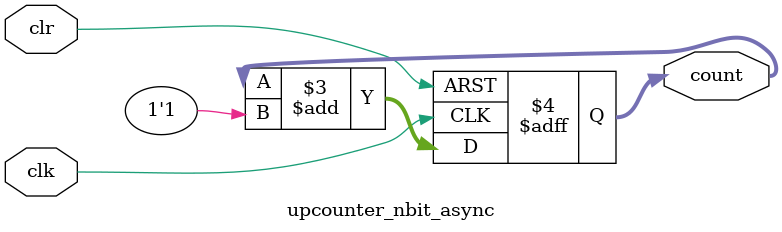
<source format=v>
module upcounter_nbit_async #(parameter n=4)
(	input clk,clr,
	output reg [n-1:0]count);

always @(posedge clk, negedge clr)
begin
	if(!clr)
		count <= {n{1'b0}};
	else 
		count <= count + 1'b1;
end

endmodule 
</source>
